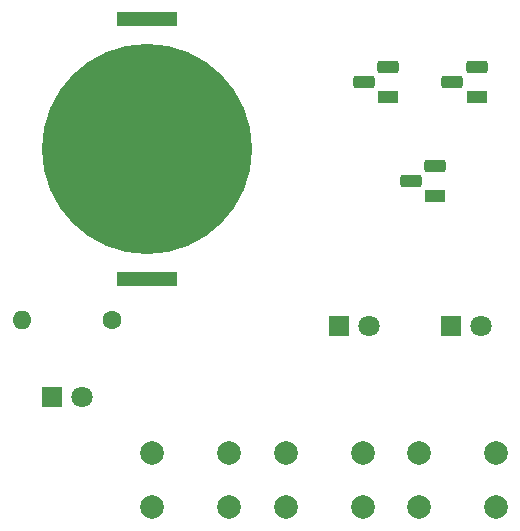
<source format=gbr>
%TF.GenerationSoftware,KiCad,Pcbnew,9.0.0*%
%TF.CreationDate,2025-04-13T10:28:51+08:00*%
%TF.ProjectId,computer,636f6d70-7574-4657-922e-6b696361645f,rev?*%
%TF.SameCoordinates,Original*%
%TF.FileFunction,Soldermask,Top*%
%TF.FilePolarity,Negative*%
%FSLAX46Y46*%
G04 Gerber Fmt 4.6, Leading zero omitted, Abs format (unit mm)*
G04 Created by KiCad (PCBNEW 9.0.0) date 2025-04-13 10:28:51*
%MOMM*%
%LPD*%
G01*
G04 APERTURE LIST*
G04 Aperture macros list*
%AMRoundRect*
0 Rectangle with rounded corners*
0 $1 Rounding radius*
0 $2 $3 $4 $5 $6 $7 $8 $9 X,Y pos of 4 corners*
0 Add a 4 corners polygon primitive as box body*
4,1,4,$2,$3,$4,$5,$6,$7,$8,$9,$2,$3,0*
0 Add four circle primitives for the rounded corners*
1,1,$1+$1,$2,$3*
1,1,$1+$1,$4,$5*
1,1,$1+$1,$6,$7*
1,1,$1+$1,$8,$9*
0 Add four rect primitives between the rounded corners*
20,1,$1+$1,$2,$3,$4,$5,0*
20,1,$1+$1,$4,$5,$6,$7,0*
20,1,$1+$1,$6,$7,$8,$9,0*
20,1,$1+$1,$8,$9,$2,$3,0*%
G04 Aperture macros list end*
%ADD10R,1.800000X1.100000*%
%ADD11RoundRect,0.275000X0.625000X-0.275000X0.625000X0.275000X-0.625000X0.275000X-0.625000X-0.275000X0*%
%ADD12R,1.800000X1.800000*%
%ADD13C,1.800000*%
%ADD14R,5.080000X1.270000*%
%ADD15C,17.800000*%
%ADD16C,2.000000*%
%ADD17C,1.600000*%
%ADD18O,1.600000X1.600000*%
G04 APERTURE END LIST*
D10*
%TO.C,Q3*%
X152900000Y-81000000D03*
D11*
X150830000Y-79730000D03*
X152900000Y-78460000D03*
%TD*%
D12*
%TO.C,Power*%
X120460000Y-98000000D03*
D13*
X123000000Y-98000000D03*
%TD*%
D14*
%TO.C,Battery*%
X128500000Y-66015000D03*
X128500000Y-87985000D03*
D15*
X128500000Y-77000000D03*
%TD*%
D16*
%TO.C,AND Input A*%
X128885000Y-102750000D03*
X135385000Y-102750000D03*
X128885000Y-107250000D03*
X135385000Y-107250000D03*
%TD*%
D10*
%TO.C,Q1*%
X148900000Y-72540000D03*
D11*
X146830000Y-71270000D03*
X148900000Y-70000000D03*
%TD*%
D17*
%TO.C,R1*%
X125500000Y-91500000D03*
D18*
X117880000Y-91500000D03*
%TD*%
D16*
%TO.C,AND Input B*%
X140250000Y-102750000D03*
X146750000Y-102750000D03*
X140250000Y-107250000D03*
X146750000Y-107250000D03*
%TD*%
%TO.C,NOT Input*%
X151500000Y-102750000D03*
X158000000Y-102750000D03*
X151500000Y-107250000D03*
X158000000Y-107250000D03*
%TD*%
D12*
%TO.C,AND Output*%
X144730000Y-92000000D03*
D13*
X147270000Y-92000000D03*
%TD*%
D10*
%TO.C,Q2*%
X156400000Y-72580000D03*
D11*
X154330000Y-71310000D03*
X156400000Y-70040000D03*
%TD*%
D12*
%TO.C,NOT Output*%
X154230000Y-92000000D03*
D13*
X156770000Y-92000000D03*
%TD*%
M02*

</source>
